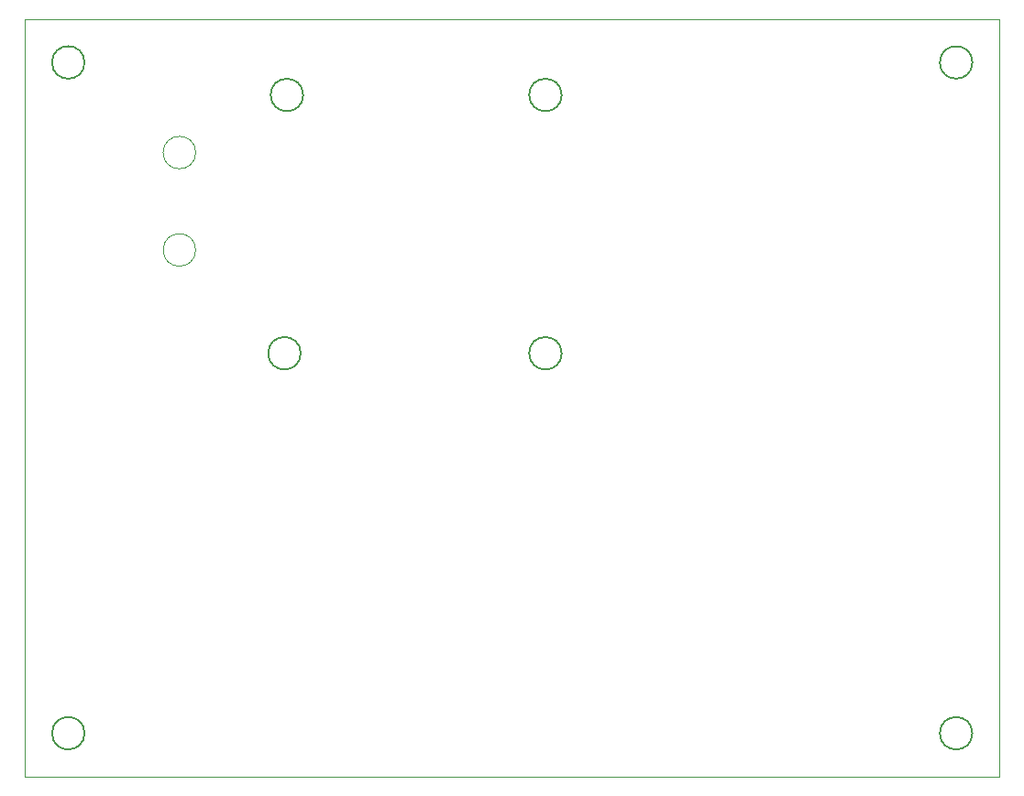
<source format=gm1>
%TF.GenerationSoftware,KiCad,Pcbnew,(6.0.11)*%
%TF.CreationDate,2023-04-01T22:46:31+02:00*%
%TF.ProjectId,thermostat,74686572-6d6f-4737-9461-742e6b696361,v01*%
%TF.SameCoordinates,Original*%
%TF.FileFunction,Profile,NP*%
%FSLAX46Y46*%
G04 Gerber Fmt 4.6, Leading zero omitted, Abs format (unit mm)*
G04 Created by KiCad (PCBNEW (6.0.11)) date 2023-04-01 22:46:31*
%MOMM*%
%LPD*%
G01*
G04 APERTURE LIST*
%TA.AperFunction,Profile*%
%ADD10C,0.150000*%
%TD*%
%TA.AperFunction,Profile*%
%ADD11C,0.100000*%
%TD*%
%TA.AperFunction,Profile*%
%ADD12C,0.120000*%
%TD*%
G04 APERTURE END LIST*
D10*
X45696000Y-32004000D02*
G75*
G03*
X45696000Y-32004000I-1500000J0D01*
G01*
X107500000Y-29000000D02*
G75*
G03*
X107500000Y-29000000I-1500000J0D01*
G01*
X45466000Y-55880000D02*
G75*
G03*
X45466000Y-55880000I-1500000J0D01*
G01*
D11*
X20000000Y-25000000D02*
X110000000Y-25000000D01*
D10*
X69572000Y-32004000D02*
G75*
G03*
X69572000Y-32004000I-1500000J0D01*
G01*
X107500000Y-91000000D02*
G75*
G03*
X107500000Y-91000000I-1500000J0D01*
G01*
D11*
X110000000Y-95000000D02*
X110000000Y-25000000D01*
D10*
X25500000Y-29000000D02*
G75*
G03*
X25500000Y-29000000I-1500000J0D01*
G01*
D11*
X20000000Y-95000000D02*
X20000000Y-25000000D01*
X110000000Y-95000000D02*
X20000000Y-95000000D01*
D10*
X69572000Y-55880000D02*
G75*
G03*
X69572000Y-55880000I-1500000J0D01*
G01*
X25500000Y-91000000D02*
G75*
G03*
X25500000Y-91000000I-1500000J0D01*
G01*
D12*
%TO.C,J3*%
X35766000Y-46330000D02*
G75*
G03*
X35766000Y-46330000I-1500000J0D01*
G01*
X35766000Y-37330000D02*
G75*
G03*
X35766000Y-37330000I-1500000J0D01*
G01*
%TD*%
M02*

</source>
